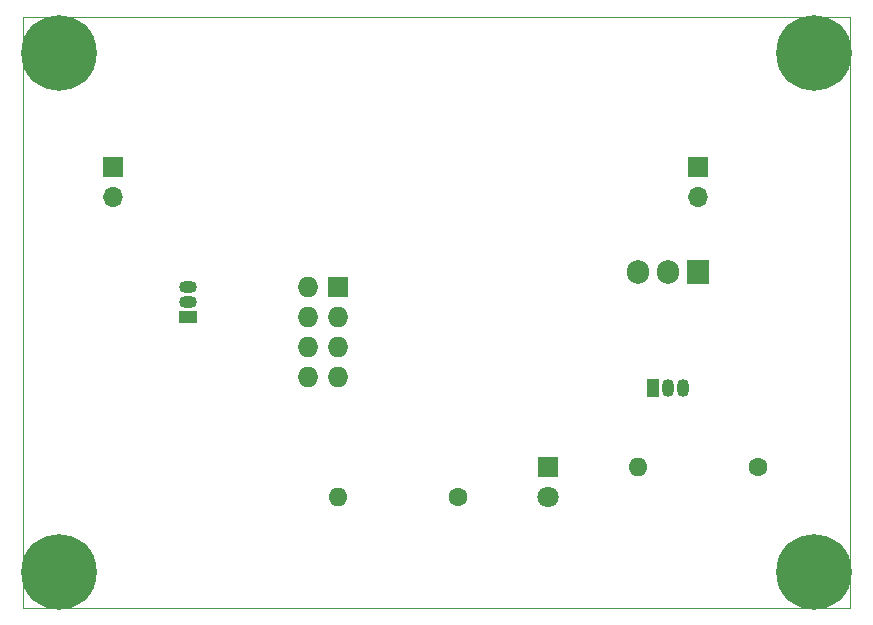
<source format=gbr>
%TF.GenerationSoftware,KiCad,Pcbnew,6.0.11-2627ca5db0~126~ubuntu20.04.1*%
%TF.CreationDate,2023-07-30T12:35:16-04:00*%
%TF.ProjectId,runLimiter,72756e4c-696d-4697-9465-722e6b696361,01*%
%TF.SameCoordinates,Original*%
%TF.FileFunction,Soldermask,Top*%
%TF.FilePolarity,Negative*%
%FSLAX46Y46*%
G04 Gerber Fmt 4.6, Leading zero omitted, Abs format (unit mm)*
G04 Created by KiCad (PCBNEW 6.0.11-2627ca5db0~126~ubuntu20.04.1) date 2023-07-30 12:35:16*
%MOMM*%
%LPD*%
G01*
G04 APERTURE LIST*
%TA.AperFunction,Profile*%
%ADD10C,0.100000*%
%TD*%
%ADD11C,6.400000*%
%ADD12R,1.500000X1.050000*%
%ADD13O,1.500000X1.050000*%
%ADD14R,1.700000X1.700000*%
%ADD15O,1.700000X1.700000*%
%ADD16C,1.600000*%
%ADD17O,1.600000X1.600000*%
%ADD18R,1.905000X2.000000*%
%ADD19O,1.905000X2.000000*%
%ADD20R,1.800000X1.800000*%
%ADD21C,1.800000*%
%ADD22R,1.727200X1.727200*%
%ADD23O,1.727200X1.727200*%
%ADD24R,1.050000X1.500000*%
%ADD25O,1.050000X1.500000*%
G04 APERTURE END LIST*
D10*
X0Y0D02*
X70000000Y0D01*
X70000000Y0D02*
X70000000Y-50000000D01*
X70000000Y-50000000D02*
X0Y-50000000D01*
X0Y-50000000D02*
X0Y0D01*
D11*
%TO.C,REF\u002A\u002A*%
X3000000Y-3000000D03*
%TD*%
%TO.C,REF\u002A\u002A*%
X3000000Y-47000000D03*
%TD*%
%TO.C,REF\u002A\u002A*%
X67000000Y-47000000D03*
%TD*%
D12*
%TO.C,U1*%
X13970000Y-25400000D03*
D13*
X13970000Y-24130000D03*
X13970000Y-22860000D03*
%TD*%
D14*
%TO.C,J1*%
X7590000Y-12700000D03*
D15*
X7590000Y-15240000D03*
%TD*%
D14*
%TO.C,J2*%
X57150000Y-12700000D03*
D15*
X57150000Y-15240000D03*
%TD*%
D16*
%TO.C,R1*%
X36830000Y-40640000D03*
D17*
X26670000Y-40640000D03*
%TD*%
D16*
%TO.C,R2*%
X62230000Y-38100000D03*
D17*
X52070000Y-38100000D03*
%TD*%
D18*
%TO.C,Q2*%
X57150000Y-21590000D03*
D19*
X54610000Y-21590000D03*
X52070000Y-21590000D03*
%TD*%
D20*
%TO.C,D1*%
X44450000Y-38100000D03*
D21*
X44450000Y-40640000D03*
%TD*%
D22*
%TO.C,U2*%
X26670000Y-22860000D03*
D23*
X24130000Y-22860000D03*
X26670000Y-25400000D03*
X24130000Y-25400000D03*
X26670000Y-27940000D03*
X24130000Y-27940000D03*
X26670000Y-30480000D03*
X24130000Y-30480000D03*
%TD*%
D24*
%TO.C,Q1*%
X53340000Y-31401115D03*
D25*
X54610000Y-31401115D03*
X55880000Y-31401115D03*
%TD*%
D11*
%TO.C,REF\u002A\u002A*%
X67000000Y-3000000D03*
%TD*%
M02*

</source>
